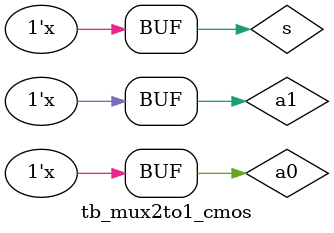
<source format=v>
`timescale 1ns / 1ns

module tb_mux2to1_cmos;

    reg s, a0, a1;
    wire y;
    
    mux2to1_cmos mux2to1(s, a0, a1, y);
    
    initial begin
        a0 = 0;
        a1 = 0;
        s  = 0;
        
        $display("time\ts\ta1\ta0\ty");
        $monitor("%2d:\t\t%b\t%b\t%b\t%b", $time, s, a1, a0, y);
    end
    
    always #1 a0 = !a0;
    always #2 a1 = !a1;
    always #4 s = !s;
endmodule

</source>
